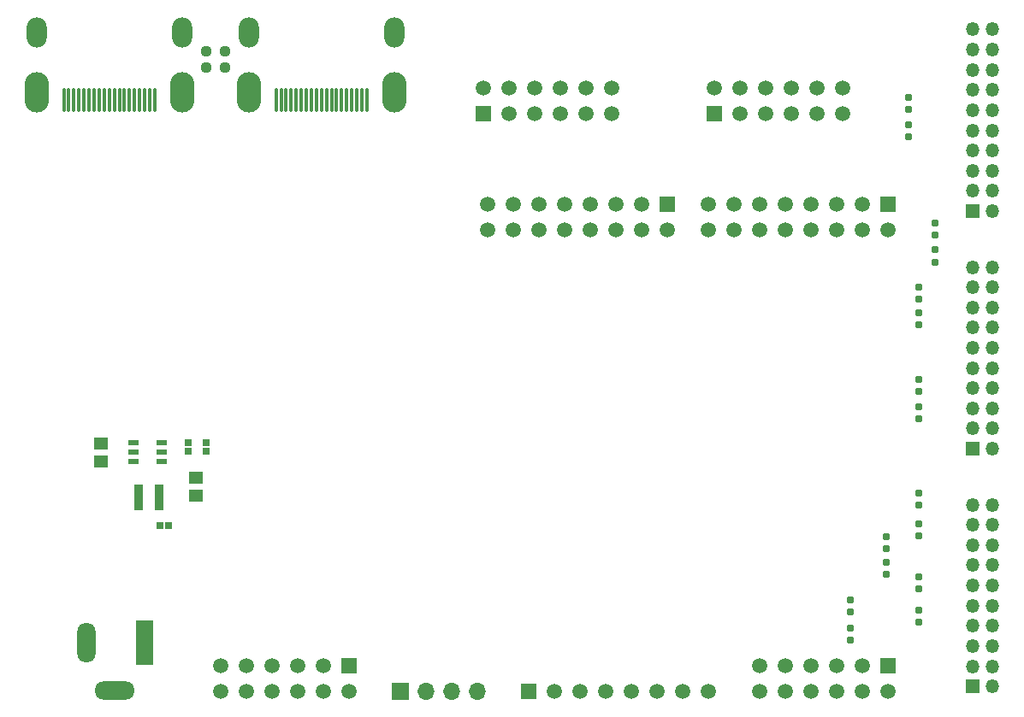
<source format=gbr>
%TF.GenerationSoftware,KiCad,Pcbnew,(6.0.6)*%
%TF.CreationDate,2022-08-23T23:43:20+09:00*%
%TF.ProjectId,ebaz_sdr,6562617a-5f73-4647-922e-6b696361645f,rev?*%
%TF.SameCoordinates,Original*%
%TF.FileFunction,Soldermask,Top*%
%TF.FilePolarity,Negative*%
%FSLAX46Y46*%
G04 Gerber Fmt 4.6, Leading zero omitted, Abs format (unit mm)*
G04 Created by KiCad (PCBNEW (6.0.6)) date 2022-08-23 23:43:20*
%MOMM*%
%LPD*%
G01*
G04 APERTURE LIST*
G04 Aperture macros list*
%AMRoundRect*
0 Rectangle with rounded corners*
0 $1 Rounding radius*
0 $2 $3 $4 $5 $6 $7 $8 $9 X,Y pos of 4 corners*
0 Add a 4 corners polygon primitive as box body*
4,1,4,$2,$3,$4,$5,$6,$7,$8,$9,$2,$3,0*
0 Add four circle primitives for the rounded corners*
1,1,$1+$1,$2,$3*
1,1,$1+$1,$4,$5*
1,1,$1+$1,$6,$7*
1,1,$1+$1,$8,$9*
0 Add four rect primitives between the rounded corners*
20,1,$1+$1,$2,$3,$4,$5,0*
20,1,$1+$1,$4,$5,$6,$7,0*
20,1,$1+$1,$6,$7,$8,$9,0*
20,1,$1+$1,$8,$9,$2,$3,0*%
G04 Aperture macros list end*
%ADD10RoundRect,0.050800X0.300000X0.325000X-0.300000X0.325000X-0.300000X-0.325000X0.300000X-0.325000X0*%
%ADD11R,0.999998X0.550012*%
%ADD12RoundRect,0.050800X0.325000X-0.300000X0.325000X0.300000X-0.325000X0.300000X-0.325000X-0.300000X0*%
%ADD13RoundRect,0.050800X-0.325000X0.300000X-0.325000X-0.300000X0.325000X-0.300000X0.325000X0.300000X0*%
%ADD14R,0.850900X2.499360*%
%ADD15R,1.470000X1.160000*%
%ADD16RoundRect,0.160000X0.160000X-0.197500X0.160000X0.197500X-0.160000X0.197500X-0.160000X-0.197500X0*%
%ADD17R,1.700000X1.700000*%
%ADD18O,1.700000X1.700000*%
%ADD19RoundRect,0.160000X-0.160000X0.197500X-0.160000X-0.197500X0.160000X-0.197500X0.160000X0.197500X0*%
%ADD20R,1.800000X4.400000*%
%ADD21O,1.800000X4.000000*%
%ADD22O,4.000000X1.800000*%
%ADD23R,1.500000X1.500000*%
%ADD24C,1.500000*%
%ADD25R,1.350000X1.350000*%
%ADD26O,1.350000X1.350000*%
%ADD27RoundRect,0.237500X0.250000X0.237500X-0.250000X0.237500X-0.250000X-0.237500X0.250000X-0.237500X0*%
%ADD28O,0.350800X2.450800*%
%ADD29O,2.400000X4.000000*%
%ADD30O,2.000000X3.000000*%
G04 APERTURE END LIST*
D10*
%TO.C,RP3*%
X115487500Y-121664999D03*
X114637497Y-121665002D03*
%TD*%
D11*
%TO.C,UP1*%
X112016558Y-113475912D03*
X112016558Y-114425923D03*
X112016558Y-115375934D03*
X114816552Y-115375934D03*
X114816552Y-114425923D03*
X114816552Y-113475912D03*
%TD*%
D12*
%TO.C,RP2*%
X119253500Y-114342999D03*
X119253497Y-113492996D03*
%TD*%
D13*
%TO.C,RP1*%
X117475500Y-113492999D03*
X117475503Y-114343002D03*
%TD*%
D14*
%TO.C,LP1*%
X112524532Y-118870999D03*
X114556532Y-118870999D03*
%TD*%
D15*
%TO.C,CP2*%
X118237500Y-118745000D03*
X118237500Y-116964998D03*
%TD*%
%TO.C,CP1*%
X108839500Y-115314999D03*
X108839500Y-113534997D03*
%TD*%
D16*
%TO.C,R17*%
X189738000Y-122682000D03*
X189738000Y-121487000D03*
%TD*%
D17*
%TO.C,J9*%
X138433277Y-138114532D03*
D18*
X140973277Y-138114532D03*
X143513277Y-138114532D03*
X146053277Y-138114532D03*
%TD*%
D19*
%TO.C,R12*%
X189738000Y-126783500D03*
X189738000Y-127978500D03*
%TD*%
D20*
%TO.C,J7*%
X113157000Y-133258001D03*
D21*
X107357000Y-133258001D03*
D22*
X110157000Y-138058001D03*
%TD*%
D23*
%TO.C,PMODA1*%
X146638747Y-80848200D03*
D24*
X146638747Y-78308200D03*
X149178747Y-80848200D03*
X149178747Y-78308200D03*
X151718747Y-80848200D03*
X151718747Y-78308200D03*
X154258747Y-80848200D03*
X154258747Y-78308200D03*
X156798747Y-80848200D03*
X156798747Y-78308200D03*
X159338747Y-80848200D03*
X159338747Y-78308200D03*
%TD*%
D23*
%TO.C,J2J1*%
X164849277Y-89854532D03*
D24*
X164849277Y-92394532D03*
X162309277Y-89854532D03*
X162309277Y-92394532D03*
X159769277Y-89854532D03*
X159769277Y-92394532D03*
X157229277Y-89854532D03*
X157229277Y-92394532D03*
X154689277Y-89854532D03*
X154689277Y-92394532D03*
X152149277Y-89854532D03*
X152149277Y-92394532D03*
X149609277Y-89854532D03*
X149609277Y-92394532D03*
X147069277Y-89854532D03*
X147069277Y-92394532D03*
%TD*%
D16*
%TO.C,R3*%
X191338500Y-95580500D03*
X191338500Y-94385500D03*
%TD*%
%TO.C,R15*%
X183007000Y-133021000D03*
X183007000Y-131826000D03*
%TD*%
D23*
%TO.C,PMODB1*%
X169498747Y-80848200D03*
D24*
X169498747Y-78308200D03*
X172038747Y-80848200D03*
X172038747Y-78308200D03*
X174578747Y-80848200D03*
X174578747Y-78308200D03*
X177118747Y-80848200D03*
X177118747Y-78308200D03*
X179658747Y-80848200D03*
X179658747Y-78308200D03*
X182198747Y-80848200D03*
X182198747Y-78308200D03*
%TD*%
D19*
%TO.C,R14*%
X183007000Y-129069500D03*
X183007000Y-130264500D03*
%TD*%
D25*
%TO.C,J6*%
X195065000Y-137625600D03*
D26*
X197065000Y-137625600D03*
X195065000Y-135625600D03*
X197065000Y-135625600D03*
X195065000Y-133625600D03*
X197065000Y-133625600D03*
X195065000Y-131625600D03*
X197065000Y-131625600D03*
X195065000Y-129625600D03*
X197065000Y-129625600D03*
X195065000Y-127625600D03*
X197065000Y-127625600D03*
X195065000Y-125625600D03*
X197065000Y-125625600D03*
X195065000Y-123625600D03*
X197065000Y-123625600D03*
X195065000Y-121625600D03*
X197065000Y-121625600D03*
X195065000Y-119625600D03*
X197065000Y-119625600D03*
%TD*%
D23*
%TO.C,J8*%
X133353277Y-135574532D03*
D24*
X133353277Y-138114532D03*
X130813277Y-135574532D03*
X130813277Y-138114532D03*
X128273277Y-135574532D03*
X128273277Y-138114532D03*
X125733277Y-135574532D03*
X125733277Y-138114532D03*
X123193277Y-135574532D03*
X123193277Y-138114532D03*
X120653277Y-135574532D03*
X120653277Y-138114532D03*
%TD*%
D25*
%TO.C,J5*%
X195065000Y-114079800D03*
D26*
X197065000Y-114079800D03*
X195065000Y-112079800D03*
X197065000Y-112079800D03*
X195065000Y-110079800D03*
X197065000Y-110079800D03*
X195065000Y-108079800D03*
X197065000Y-108079800D03*
X195065000Y-106079800D03*
X197065000Y-106079800D03*
X195065000Y-104079800D03*
X197065000Y-104079800D03*
X195065000Y-102079800D03*
X197065000Y-102079800D03*
X195065000Y-100079800D03*
X197065000Y-100079800D03*
X195065000Y-98079800D03*
X197065000Y-98079800D03*
X195065000Y-96079800D03*
X197065000Y-96079800D03*
%TD*%
D23*
%TO.C,J1*%
X186693277Y-89854532D03*
D24*
X186693277Y-92394532D03*
X184153277Y-89854532D03*
X184153277Y-92394532D03*
X181613277Y-89854532D03*
X181613277Y-92394532D03*
X179073277Y-89854532D03*
X179073277Y-92394532D03*
X176533277Y-89854532D03*
X176533277Y-92394532D03*
X173993277Y-89854532D03*
X173993277Y-92394532D03*
X171453277Y-89854532D03*
X171453277Y-92394532D03*
X168913277Y-89854532D03*
X168913277Y-92394532D03*
%TD*%
D19*
%TO.C,R5*%
X189738000Y-98081500D03*
X189738000Y-99276500D03*
%TD*%
D27*
%TO.C,R1*%
X121054500Y-76327000D03*
X119229500Y-76327000D03*
%TD*%
D16*
%TO.C,R11*%
X186563000Y-126544000D03*
X186563000Y-125349000D03*
%TD*%
%TO.C,R4*%
X189738000Y-101764500D03*
X189738000Y-100569500D03*
%TD*%
D28*
%TO.C,HDMI2*%
X105124352Y-79527400D03*
X105624351Y-79527400D03*
X106124350Y-79527400D03*
X106624349Y-79527400D03*
X107124348Y-79527400D03*
X107624347Y-79527400D03*
X108124346Y-79527400D03*
X108624345Y-79527400D03*
X109124344Y-79527400D03*
X109624343Y-79527400D03*
X110124342Y-79527400D03*
X110624341Y-79527400D03*
X111124340Y-79527400D03*
X111624339Y-79527400D03*
X112124338Y-79527400D03*
X112624337Y-79527400D03*
X113124336Y-79527400D03*
X113624335Y-79527400D03*
X114124334Y-79527400D03*
D29*
X102424343Y-78727399D03*
X116824344Y-78727399D03*
D30*
X102424343Y-72827401D03*
X116824344Y-72827401D03*
%TD*%
D19*
%TO.C,R6*%
X189738000Y-107225500D03*
X189738000Y-108420500D03*
%TD*%
%TO.C,R10*%
X186563000Y-122809000D03*
X186563000Y-124004000D03*
%TD*%
D16*
%TO.C,R9*%
X188722000Y-83147500D03*
X188722000Y-81952500D03*
%TD*%
%TO.C,R7*%
X189738000Y-111087500D03*
X189738000Y-109892500D03*
%TD*%
D19*
%TO.C,R16*%
X189738000Y-118439000D03*
X189738000Y-119634000D03*
%TD*%
D25*
%TO.C,J4*%
X195065000Y-90534000D03*
D26*
X197065000Y-90534000D03*
X195065000Y-88534000D03*
X197065000Y-88534000D03*
X195065000Y-86534000D03*
X197065000Y-86534000D03*
X195065000Y-84534000D03*
X197065000Y-84534000D03*
X195065000Y-82534000D03*
X197065000Y-82534000D03*
X195065000Y-80534000D03*
X197065000Y-80534000D03*
X195065000Y-78534000D03*
X197065000Y-78534000D03*
X195065000Y-76534000D03*
X197065000Y-76534000D03*
X195065000Y-74534000D03*
X197065000Y-74534000D03*
X195065000Y-72534000D03*
X197065000Y-72534000D03*
%TD*%
D19*
%TO.C,R8*%
X188722000Y-79285500D03*
X188722000Y-80480500D03*
%TD*%
D28*
%TO.C,HDMI1*%
X126124360Y-79527400D03*
X126624359Y-79527400D03*
X127124358Y-79527400D03*
X127624357Y-79527400D03*
X128124356Y-79527400D03*
X128624355Y-79527400D03*
X129124354Y-79527400D03*
X129624353Y-79527400D03*
X130124352Y-79527400D03*
X130624351Y-79527400D03*
X131124350Y-79527400D03*
X131624349Y-79527400D03*
X132124348Y-79527400D03*
X132624347Y-79527400D03*
X133124346Y-79527400D03*
X133624345Y-79527400D03*
X134124344Y-79527400D03*
X134624343Y-79527400D03*
X135124342Y-79527400D03*
D29*
X123424351Y-78727399D03*
X137824352Y-78727399D03*
D30*
X123424351Y-72827401D03*
X137824352Y-72827401D03*
%TD*%
D16*
%TO.C,R13*%
X189738000Y-131228500D03*
X189738000Y-130033500D03*
%TD*%
D23*
%TO.C,J2*%
X186693277Y-135574532D03*
D24*
X186693277Y-138114532D03*
X184153277Y-135574532D03*
X184153277Y-138114532D03*
X181613277Y-135574532D03*
X181613277Y-138114532D03*
X179073277Y-135574532D03*
X179073277Y-138114532D03*
X176533277Y-135574532D03*
X176533277Y-138114532D03*
X173993277Y-135574532D03*
X173993277Y-138114532D03*
%TD*%
D23*
%TO.C,J3*%
X151133277Y-138114532D03*
D24*
X153673277Y-138114532D03*
X156213277Y-138114532D03*
X158753277Y-138114532D03*
X161293277Y-138114532D03*
X163833277Y-138114532D03*
X166373277Y-138114532D03*
X168913277Y-138114532D03*
%TD*%
D19*
%TO.C,R2*%
X191338500Y-91718500D03*
X191338500Y-92913500D03*
%TD*%
D27*
%TO.C,C1*%
X121054500Y-74676000D03*
X119229500Y-74676000D03*
%TD*%
M02*

</source>
